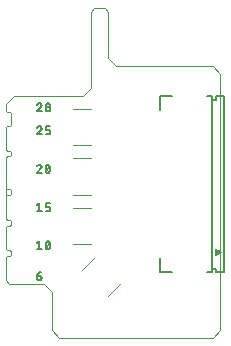
<source format=gto>
G04 EAGLE Gerber X2 export*
G75*
%MOMM*%
%FSLAX34Y34*%
%LPD*%
%AMOC8*
5,1,8,0,0,1.08239X$1,22.5*%
G01*
%ADD10C,0.000000*%
%ADD11C,0.127000*%
%ADD12C,0.101600*%
%ADD13C,0.203200*%

G36*
X178125Y-15006D02*
X178125Y-15006D01*
X178133Y-15007D01*
X178184Y-14991D01*
X178391Y-14937D01*
X178424Y-14917D01*
X178454Y-14908D01*
X182454Y-12908D01*
X182536Y-12851D01*
X182623Y-12802D01*
X182653Y-12771D01*
X182688Y-12747D01*
X182751Y-12669D01*
X182821Y-12598D01*
X182841Y-12560D01*
X182868Y-12527D01*
X182907Y-12435D01*
X182954Y-12347D01*
X182963Y-12305D01*
X182980Y-12265D01*
X182992Y-12166D01*
X183013Y-12069D01*
X183010Y-12026D01*
X183015Y-11983D01*
X183000Y-11885D01*
X182992Y-11785D01*
X182977Y-11745D01*
X182971Y-11702D01*
X182928Y-11612D01*
X182894Y-11519D01*
X182868Y-11484D01*
X182850Y-11445D01*
X182784Y-11370D01*
X182725Y-11290D01*
X182694Y-11267D01*
X182663Y-11231D01*
X182530Y-11146D01*
X182523Y-11139D01*
X182509Y-11132D01*
X182454Y-11092D01*
X178454Y-9092D01*
X178446Y-9089D01*
X178439Y-9085D01*
X178311Y-9044D01*
X178184Y-9002D01*
X178176Y-9001D01*
X178168Y-8999D01*
X178033Y-8995D01*
X177900Y-8990D01*
X177892Y-8992D01*
X177884Y-8991D01*
X177754Y-9025D01*
X177624Y-9057D01*
X177617Y-9061D01*
X177609Y-9063D01*
X177494Y-9131D01*
X177377Y-9198D01*
X177372Y-9204D01*
X177364Y-9209D01*
X177272Y-9306D01*
X177180Y-9402D01*
X177176Y-9410D01*
X177170Y-9416D01*
X177109Y-9535D01*
X177046Y-9653D01*
X177044Y-9661D01*
X177040Y-9669D01*
X177032Y-9721D01*
X176987Y-9931D01*
X176990Y-9969D01*
X176985Y-10000D01*
X176985Y-14000D01*
X176986Y-14008D01*
X176985Y-14017D01*
X177006Y-14149D01*
X177025Y-14282D01*
X177028Y-14289D01*
X177029Y-14298D01*
X177086Y-14419D01*
X177141Y-14541D01*
X177146Y-14547D01*
X177150Y-14555D01*
X177238Y-14656D01*
X177325Y-14758D01*
X177332Y-14763D01*
X177337Y-14769D01*
X177450Y-14841D01*
X177561Y-14916D01*
X177569Y-14918D01*
X177576Y-14923D01*
X177705Y-14961D01*
X177832Y-15001D01*
X177841Y-15002D01*
X177849Y-15004D01*
X177983Y-15005D01*
X178116Y-15009D01*
X178125Y-15006D01*
G37*
D10*
X0Y-36000D02*
X3000Y-39000D01*
X32500Y-39000D01*
X39000Y-45500D01*
X39000Y-78000D01*
X45500Y-84500D01*
X175500Y-84500D01*
X182000Y-78000D01*
X182000Y139000D01*
X175500Y145500D01*
X93500Y145500D01*
X87000Y152000D01*
X87000Y191500D01*
X84000Y194500D01*
X75000Y194500D01*
X72000Y191500D01*
X72000Y127000D01*
X65500Y120500D01*
X7000Y120500D01*
X0Y113500D01*
X0Y107500D01*
X0Y94000D02*
X0Y75000D01*
X1000Y74000D01*
X4000Y74000D01*
X5000Y73000D01*
X5000Y70000D02*
X4000Y69000D01*
X1000Y69000D01*
X0Y68000D01*
X5000Y70000D02*
X5000Y73000D01*
X0Y68000D02*
X0Y42500D01*
X1000Y41500D01*
X4000Y41500D01*
X5000Y40500D01*
X5000Y37500D02*
X4000Y36500D01*
X1000Y36500D01*
X0Y35500D01*
X5000Y37500D02*
X5000Y40500D01*
X0Y42000D02*
X0Y35500D01*
X0Y16500D02*
X1000Y15500D01*
X4000Y15500D01*
X5000Y14500D01*
X5000Y11500D02*
X4000Y10500D01*
X1000Y10500D01*
X0Y9500D01*
X5000Y11500D02*
X5000Y14500D01*
X0Y-16500D02*
X0Y-36000D01*
X0Y-9500D02*
X0Y9500D01*
X0Y16500D02*
X0Y35500D01*
X0Y-9500D02*
X1000Y-10500D01*
X4000Y-10500D02*
X5000Y-11500D01*
X4000Y-10500D02*
X1000Y-10500D01*
X5000Y-11500D02*
X5000Y-14500D01*
X4000Y-15500D01*
X1000Y-15500D01*
X0Y-16500D01*
X1000Y106500D02*
X0Y107500D01*
X1000Y106500D02*
X4000Y106500D01*
X5000Y105500D01*
X5000Y96000D01*
X4000Y95000D01*
X1000Y95000D01*
X0Y94000D01*
D11*
X26695Y-31935D02*
X28981Y-31935D01*
X29058Y-31937D01*
X29135Y-31943D01*
X29212Y-31953D01*
X29288Y-31966D01*
X29363Y-31984D01*
X29437Y-32005D01*
X29510Y-32030D01*
X29582Y-32059D01*
X29652Y-32091D01*
X29721Y-32126D01*
X29787Y-32166D01*
X29852Y-32208D01*
X29914Y-32254D01*
X29974Y-32303D01*
X30031Y-32354D01*
X30086Y-32409D01*
X30137Y-32466D01*
X30186Y-32526D01*
X30232Y-32588D01*
X30274Y-32653D01*
X30314Y-32719D01*
X30349Y-32788D01*
X30381Y-32858D01*
X30410Y-32930D01*
X30435Y-33003D01*
X30456Y-33077D01*
X30474Y-33152D01*
X30487Y-33228D01*
X30497Y-33305D01*
X30503Y-33382D01*
X30505Y-33459D01*
X30505Y-33840D01*
X30503Y-33925D01*
X30497Y-34011D01*
X30488Y-34096D01*
X30474Y-34180D01*
X30457Y-34264D01*
X30436Y-34347D01*
X30412Y-34429D01*
X30384Y-34509D01*
X30352Y-34589D01*
X30316Y-34667D01*
X30278Y-34743D01*
X30235Y-34817D01*
X30190Y-34889D01*
X30141Y-34960D01*
X30089Y-35028D01*
X30035Y-35093D01*
X29977Y-35156D01*
X29916Y-35217D01*
X29853Y-35275D01*
X29788Y-35329D01*
X29720Y-35381D01*
X29649Y-35430D01*
X29577Y-35475D01*
X29503Y-35518D01*
X29427Y-35556D01*
X29349Y-35592D01*
X29269Y-35624D01*
X29189Y-35652D01*
X29107Y-35676D01*
X29024Y-35697D01*
X28940Y-35714D01*
X28856Y-35728D01*
X28771Y-35737D01*
X28685Y-35743D01*
X28600Y-35745D01*
X28515Y-35743D01*
X28429Y-35737D01*
X28344Y-35728D01*
X28260Y-35714D01*
X28176Y-35697D01*
X28093Y-35676D01*
X28011Y-35652D01*
X27931Y-35624D01*
X27851Y-35592D01*
X27773Y-35556D01*
X27697Y-35518D01*
X27623Y-35475D01*
X27551Y-35430D01*
X27480Y-35381D01*
X27412Y-35329D01*
X27347Y-35275D01*
X27284Y-35217D01*
X27223Y-35156D01*
X27165Y-35093D01*
X27111Y-35028D01*
X27059Y-34960D01*
X27010Y-34889D01*
X26965Y-34817D01*
X26922Y-34743D01*
X26884Y-34667D01*
X26848Y-34589D01*
X26816Y-34509D01*
X26788Y-34429D01*
X26764Y-34347D01*
X26743Y-34264D01*
X26726Y-34180D01*
X26712Y-34096D01*
X26703Y-34011D01*
X26697Y-33925D01*
X26695Y-33840D01*
X26695Y-31935D01*
X26697Y-31826D01*
X26703Y-31718D01*
X26712Y-31609D01*
X26726Y-31501D01*
X26743Y-31394D01*
X26765Y-31287D01*
X26790Y-31181D01*
X26818Y-31076D01*
X26851Y-30972D01*
X26887Y-30870D01*
X26927Y-30769D01*
X26970Y-30669D01*
X27017Y-30571D01*
X27068Y-30474D01*
X27122Y-30380D01*
X27179Y-30287D01*
X27239Y-30197D01*
X27303Y-30108D01*
X27370Y-30022D01*
X27439Y-29939D01*
X27512Y-29858D01*
X27588Y-29780D01*
X27666Y-29704D01*
X27747Y-29631D01*
X27830Y-29562D01*
X27916Y-29495D01*
X28005Y-29431D01*
X28095Y-29371D01*
X28188Y-29314D01*
X28282Y-29260D01*
X28379Y-29209D01*
X28477Y-29162D01*
X28577Y-29119D01*
X28678Y-29079D01*
X28780Y-29043D01*
X28884Y-29010D01*
X28989Y-28982D01*
X29095Y-28957D01*
X29202Y-28935D01*
X29309Y-28918D01*
X29417Y-28904D01*
X29526Y-28895D01*
X29634Y-28889D01*
X29743Y-28887D01*
X26695Y-4411D02*
X28600Y-2887D01*
X28600Y-9745D01*
X26695Y-9745D02*
X30505Y-9745D01*
X34010Y-6316D02*
X34012Y-6174D01*
X34017Y-6031D01*
X34026Y-5889D01*
X34039Y-5747D01*
X34055Y-5606D01*
X34074Y-5465D01*
X34098Y-5324D01*
X34124Y-5184D01*
X34155Y-5045D01*
X34189Y-4907D01*
X34226Y-4769D01*
X34266Y-4633D01*
X34311Y-4497D01*
X34358Y-4363D01*
X34409Y-4230D01*
X34463Y-4098D01*
X34521Y-3968D01*
X34582Y-3839D01*
X34581Y-3840D02*
X34607Y-3771D01*
X34636Y-3705D01*
X34668Y-3639D01*
X34703Y-3576D01*
X34742Y-3514D01*
X34784Y-3454D01*
X34829Y-3397D01*
X34877Y-3342D01*
X34928Y-3290D01*
X34981Y-3240D01*
X35037Y-3194D01*
X35095Y-3150D01*
X35156Y-3109D01*
X35218Y-3071D01*
X35282Y-3037D01*
X35348Y-3006D01*
X35416Y-2978D01*
X35485Y-2954D01*
X35555Y-2934D01*
X35626Y-2917D01*
X35697Y-2904D01*
X35769Y-2895D01*
X35842Y-2889D01*
X35915Y-2887D01*
X35988Y-2889D01*
X36061Y-2895D01*
X36133Y-2904D01*
X36204Y-2917D01*
X36275Y-2934D01*
X36345Y-2954D01*
X36414Y-2978D01*
X36482Y-3006D01*
X36548Y-3037D01*
X36612Y-3071D01*
X36674Y-3109D01*
X36735Y-3150D01*
X36793Y-3194D01*
X36849Y-3240D01*
X36902Y-3290D01*
X36953Y-3342D01*
X37001Y-3397D01*
X37046Y-3454D01*
X37088Y-3514D01*
X37127Y-3576D01*
X37162Y-3639D01*
X37194Y-3705D01*
X37223Y-3771D01*
X37249Y-3840D01*
X37249Y-3839D02*
X37310Y-3968D01*
X37368Y-4098D01*
X37422Y-4230D01*
X37473Y-4363D01*
X37520Y-4497D01*
X37565Y-4633D01*
X37605Y-4769D01*
X37642Y-4907D01*
X37676Y-5045D01*
X37707Y-5184D01*
X37733Y-5324D01*
X37757Y-5465D01*
X37776Y-5606D01*
X37792Y-5747D01*
X37805Y-5889D01*
X37814Y-6031D01*
X37819Y-6174D01*
X37821Y-6316D01*
X34010Y-6316D02*
X34012Y-6458D01*
X34017Y-6601D01*
X34026Y-6743D01*
X34039Y-6885D01*
X34055Y-7026D01*
X34074Y-7167D01*
X34098Y-7308D01*
X34124Y-7448D01*
X34155Y-7587D01*
X34189Y-7725D01*
X34226Y-7863D01*
X34266Y-7999D01*
X34311Y-8135D01*
X34358Y-8269D01*
X34409Y-8402D01*
X34463Y-8534D01*
X34521Y-8664D01*
X34582Y-8793D01*
X34581Y-8792D02*
X34607Y-8861D01*
X34636Y-8927D01*
X34668Y-8993D01*
X34703Y-9056D01*
X34742Y-9118D01*
X34784Y-9178D01*
X34829Y-9235D01*
X34877Y-9290D01*
X34928Y-9342D01*
X34981Y-9392D01*
X35037Y-9438D01*
X35095Y-9482D01*
X35156Y-9523D01*
X35218Y-9561D01*
X35282Y-9595D01*
X35348Y-9626D01*
X35416Y-9654D01*
X35485Y-9678D01*
X35555Y-9698D01*
X35626Y-9715D01*
X35697Y-9728D01*
X35769Y-9737D01*
X35842Y-9743D01*
X35915Y-9745D01*
X37249Y-8793D02*
X37310Y-8664D01*
X37368Y-8534D01*
X37422Y-8402D01*
X37473Y-8269D01*
X37520Y-8135D01*
X37565Y-7999D01*
X37605Y-7863D01*
X37642Y-7725D01*
X37676Y-7587D01*
X37707Y-7448D01*
X37733Y-7308D01*
X37757Y-7167D01*
X37776Y-7026D01*
X37792Y-6885D01*
X37805Y-6743D01*
X37814Y-6601D01*
X37819Y-6458D01*
X37821Y-6316D01*
X37249Y-8792D02*
X37223Y-8861D01*
X37194Y-8927D01*
X37162Y-8993D01*
X37127Y-9056D01*
X37088Y-9118D01*
X37046Y-9178D01*
X37001Y-9235D01*
X36953Y-9290D01*
X36902Y-9342D01*
X36849Y-9392D01*
X36793Y-9438D01*
X36735Y-9482D01*
X36674Y-9523D01*
X36612Y-9561D01*
X36548Y-9595D01*
X36482Y-9626D01*
X36414Y-9654D01*
X36345Y-9678D01*
X36275Y-9698D01*
X36204Y-9715D01*
X36133Y-9728D01*
X36061Y-9737D01*
X35988Y-9743D01*
X35915Y-9745D01*
X34391Y-8221D02*
X37439Y-4411D01*
X26695Y28089D02*
X28600Y29613D01*
X28600Y22755D01*
X26695Y22755D02*
X30505Y22755D01*
X34010Y22755D02*
X36296Y22755D01*
X36373Y22757D01*
X36450Y22763D01*
X36527Y22773D01*
X36603Y22786D01*
X36678Y22804D01*
X36752Y22825D01*
X36825Y22850D01*
X36897Y22879D01*
X36967Y22911D01*
X37036Y22946D01*
X37102Y22986D01*
X37167Y23028D01*
X37229Y23074D01*
X37289Y23123D01*
X37346Y23174D01*
X37401Y23229D01*
X37452Y23286D01*
X37501Y23346D01*
X37547Y23408D01*
X37589Y23473D01*
X37629Y23539D01*
X37664Y23608D01*
X37696Y23678D01*
X37725Y23750D01*
X37750Y23823D01*
X37771Y23897D01*
X37789Y23972D01*
X37802Y24048D01*
X37812Y24125D01*
X37818Y24202D01*
X37820Y24279D01*
X37820Y25041D01*
X37818Y25118D01*
X37812Y25195D01*
X37802Y25272D01*
X37789Y25348D01*
X37771Y25423D01*
X37750Y25497D01*
X37725Y25570D01*
X37696Y25642D01*
X37664Y25712D01*
X37629Y25781D01*
X37589Y25847D01*
X37547Y25912D01*
X37501Y25974D01*
X37452Y26034D01*
X37401Y26091D01*
X37346Y26146D01*
X37289Y26197D01*
X37229Y26246D01*
X37167Y26292D01*
X37102Y26334D01*
X37036Y26374D01*
X36967Y26409D01*
X36897Y26441D01*
X36825Y26470D01*
X36752Y26495D01*
X36678Y26516D01*
X36603Y26534D01*
X36527Y26547D01*
X36450Y26557D01*
X36373Y26563D01*
X36296Y26565D01*
X34010Y26565D01*
X34010Y29613D01*
X37820Y29613D01*
X30506Y60399D02*
X30504Y60481D01*
X30498Y60562D01*
X30489Y60643D01*
X30475Y60724D01*
X30458Y60803D01*
X30437Y60882D01*
X30412Y60960D01*
X30383Y61036D01*
X30351Y61111D01*
X30315Y61185D01*
X30276Y61257D01*
X30234Y61326D01*
X30188Y61394D01*
X30139Y61459D01*
X30087Y61522D01*
X30032Y61582D01*
X29974Y61640D01*
X29914Y61695D01*
X29851Y61747D01*
X29786Y61796D01*
X29718Y61842D01*
X29649Y61884D01*
X29577Y61923D01*
X29503Y61959D01*
X29428Y61991D01*
X29352Y62020D01*
X29274Y62045D01*
X29195Y62066D01*
X29116Y62083D01*
X29035Y62097D01*
X28954Y62106D01*
X28873Y62112D01*
X28791Y62114D01*
X28791Y62113D02*
X28699Y62111D01*
X28607Y62105D01*
X28515Y62096D01*
X28423Y62082D01*
X28333Y62065D01*
X28243Y62044D01*
X28154Y62019D01*
X28066Y61990D01*
X27979Y61958D01*
X27894Y61922D01*
X27811Y61883D01*
X27729Y61840D01*
X27649Y61794D01*
X27571Y61744D01*
X27495Y61692D01*
X27422Y61636D01*
X27351Y61577D01*
X27282Y61515D01*
X27216Y61450D01*
X27153Y61383D01*
X27093Y61313D01*
X27035Y61241D01*
X26981Y61166D01*
X26930Y61089D01*
X26882Y61010D01*
X26838Y60929D01*
X26797Y60846D01*
X26759Y60762D01*
X26725Y60676D01*
X26695Y60589D01*
X29934Y59065D02*
X29993Y59124D01*
X30049Y59185D01*
X30102Y59248D01*
X30153Y59314D01*
X30200Y59382D01*
X30244Y59452D01*
X30285Y59524D01*
X30323Y59598D01*
X30357Y59673D01*
X30388Y59750D01*
X30415Y59828D01*
X30439Y59908D01*
X30460Y59988D01*
X30476Y60069D01*
X30489Y60151D01*
X30499Y60233D01*
X30504Y60316D01*
X30506Y60399D01*
X29934Y59065D02*
X26695Y55255D01*
X30505Y55255D01*
X34010Y58684D02*
X34012Y58826D01*
X34017Y58969D01*
X34026Y59111D01*
X34039Y59253D01*
X34055Y59394D01*
X34074Y59535D01*
X34098Y59676D01*
X34124Y59816D01*
X34155Y59955D01*
X34189Y60093D01*
X34226Y60231D01*
X34266Y60367D01*
X34311Y60503D01*
X34358Y60637D01*
X34409Y60770D01*
X34463Y60902D01*
X34521Y61032D01*
X34582Y61161D01*
X34581Y61160D02*
X34607Y61229D01*
X34636Y61295D01*
X34668Y61361D01*
X34703Y61424D01*
X34742Y61486D01*
X34784Y61546D01*
X34829Y61603D01*
X34877Y61658D01*
X34928Y61710D01*
X34981Y61760D01*
X35037Y61806D01*
X35095Y61850D01*
X35156Y61891D01*
X35218Y61929D01*
X35282Y61963D01*
X35348Y61994D01*
X35416Y62022D01*
X35485Y62046D01*
X35555Y62066D01*
X35626Y62083D01*
X35697Y62096D01*
X35769Y62105D01*
X35842Y62111D01*
X35915Y62113D01*
X35988Y62111D01*
X36061Y62105D01*
X36133Y62096D01*
X36204Y62083D01*
X36275Y62066D01*
X36345Y62046D01*
X36414Y62022D01*
X36482Y61994D01*
X36548Y61963D01*
X36612Y61929D01*
X36674Y61891D01*
X36735Y61850D01*
X36793Y61806D01*
X36849Y61760D01*
X36902Y61710D01*
X36953Y61658D01*
X37001Y61603D01*
X37046Y61546D01*
X37088Y61486D01*
X37127Y61424D01*
X37162Y61361D01*
X37194Y61295D01*
X37223Y61229D01*
X37249Y61160D01*
X37249Y61161D02*
X37310Y61032D01*
X37368Y60902D01*
X37422Y60770D01*
X37473Y60637D01*
X37520Y60503D01*
X37565Y60367D01*
X37605Y60231D01*
X37642Y60093D01*
X37676Y59955D01*
X37707Y59816D01*
X37733Y59676D01*
X37757Y59535D01*
X37776Y59394D01*
X37792Y59253D01*
X37805Y59111D01*
X37814Y58969D01*
X37819Y58826D01*
X37821Y58684D01*
X34010Y58684D02*
X34012Y58542D01*
X34017Y58399D01*
X34026Y58257D01*
X34039Y58115D01*
X34055Y57974D01*
X34074Y57833D01*
X34098Y57692D01*
X34124Y57552D01*
X34155Y57413D01*
X34189Y57275D01*
X34226Y57137D01*
X34266Y57001D01*
X34311Y56865D01*
X34358Y56731D01*
X34409Y56598D01*
X34463Y56466D01*
X34521Y56336D01*
X34582Y56207D01*
X34581Y56208D02*
X34607Y56139D01*
X34636Y56073D01*
X34668Y56007D01*
X34703Y55944D01*
X34742Y55882D01*
X34784Y55822D01*
X34829Y55765D01*
X34877Y55710D01*
X34928Y55658D01*
X34981Y55608D01*
X35037Y55562D01*
X35095Y55518D01*
X35156Y55477D01*
X35218Y55439D01*
X35282Y55405D01*
X35348Y55374D01*
X35416Y55346D01*
X35485Y55322D01*
X35555Y55302D01*
X35626Y55285D01*
X35697Y55272D01*
X35769Y55263D01*
X35842Y55257D01*
X35915Y55255D01*
X37249Y56207D02*
X37310Y56336D01*
X37368Y56466D01*
X37422Y56598D01*
X37473Y56731D01*
X37520Y56865D01*
X37565Y57001D01*
X37605Y57137D01*
X37642Y57275D01*
X37676Y57413D01*
X37707Y57552D01*
X37733Y57692D01*
X37757Y57833D01*
X37776Y57974D01*
X37792Y58115D01*
X37805Y58257D01*
X37814Y58399D01*
X37819Y58542D01*
X37821Y58684D01*
X37249Y56208D02*
X37223Y56139D01*
X37194Y56073D01*
X37162Y56007D01*
X37127Y55944D01*
X37088Y55882D01*
X37046Y55822D01*
X37001Y55765D01*
X36953Y55710D01*
X36902Y55658D01*
X36849Y55608D01*
X36793Y55562D01*
X36735Y55518D01*
X36674Y55477D01*
X36612Y55439D01*
X36548Y55405D01*
X36482Y55374D01*
X36414Y55346D01*
X36345Y55322D01*
X36275Y55302D01*
X36204Y55285D01*
X36133Y55272D01*
X36061Y55263D01*
X35988Y55257D01*
X35915Y55255D01*
X34391Y56779D02*
X37439Y60589D01*
X30506Y92899D02*
X30504Y92981D01*
X30498Y93062D01*
X30489Y93143D01*
X30475Y93224D01*
X30458Y93303D01*
X30437Y93382D01*
X30412Y93460D01*
X30383Y93536D01*
X30351Y93611D01*
X30315Y93685D01*
X30276Y93757D01*
X30234Y93826D01*
X30188Y93894D01*
X30139Y93959D01*
X30087Y94022D01*
X30032Y94082D01*
X29974Y94140D01*
X29914Y94195D01*
X29851Y94247D01*
X29786Y94296D01*
X29718Y94342D01*
X29649Y94384D01*
X29577Y94423D01*
X29503Y94459D01*
X29428Y94491D01*
X29352Y94520D01*
X29274Y94545D01*
X29195Y94566D01*
X29116Y94583D01*
X29035Y94597D01*
X28954Y94606D01*
X28873Y94612D01*
X28791Y94614D01*
X28791Y94613D02*
X28699Y94611D01*
X28607Y94605D01*
X28515Y94596D01*
X28423Y94582D01*
X28333Y94565D01*
X28243Y94544D01*
X28154Y94519D01*
X28066Y94490D01*
X27979Y94458D01*
X27894Y94422D01*
X27811Y94383D01*
X27729Y94340D01*
X27649Y94294D01*
X27571Y94244D01*
X27495Y94192D01*
X27422Y94136D01*
X27351Y94077D01*
X27282Y94015D01*
X27216Y93950D01*
X27153Y93883D01*
X27093Y93813D01*
X27035Y93741D01*
X26981Y93666D01*
X26930Y93589D01*
X26882Y93510D01*
X26838Y93429D01*
X26797Y93346D01*
X26759Y93262D01*
X26725Y93176D01*
X26695Y93089D01*
X29934Y91565D02*
X29993Y91624D01*
X30049Y91685D01*
X30102Y91748D01*
X30153Y91814D01*
X30200Y91882D01*
X30244Y91952D01*
X30285Y92024D01*
X30323Y92098D01*
X30357Y92173D01*
X30388Y92250D01*
X30415Y92328D01*
X30439Y92408D01*
X30460Y92488D01*
X30476Y92569D01*
X30489Y92651D01*
X30499Y92733D01*
X30504Y92816D01*
X30506Y92899D01*
X29934Y91565D02*
X26695Y87755D01*
X30505Y87755D01*
X34010Y87755D02*
X36296Y87755D01*
X36373Y87757D01*
X36450Y87763D01*
X36527Y87773D01*
X36603Y87786D01*
X36678Y87804D01*
X36752Y87825D01*
X36825Y87850D01*
X36897Y87879D01*
X36967Y87911D01*
X37036Y87946D01*
X37102Y87986D01*
X37167Y88028D01*
X37229Y88074D01*
X37289Y88123D01*
X37346Y88174D01*
X37401Y88229D01*
X37452Y88286D01*
X37501Y88346D01*
X37547Y88408D01*
X37589Y88473D01*
X37629Y88539D01*
X37664Y88608D01*
X37696Y88678D01*
X37725Y88750D01*
X37750Y88823D01*
X37771Y88897D01*
X37789Y88972D01*
X37802Y89048D01*
X37812Y89125D01*
X37818Y89202D01*
X37820Y89279D01*
X37820Y90041D01*
X37818Y90118D01*
X37812Y90195D01*
X37802Y90272D01*
X37789Y90348D01*
X37771Y90423D01*
X37750Y90497D01*
X37725Y90570D01*
X37696Y90642D01*
X37664Y90712D01*
X37629Y90781D01*
X37589Y90847D01*
X37547Y90912D01*
X37501Y90974D01*
X37452Y91034D01*
X37401Y91091D01*
X37346Y91146D01*
X37289Y91197D01*
X37229Y91246D01*
X37167Y91292D01*
X37102Y91334D01*
X37036Y91374D01*
X36967Y91409D01*
X36897Y91441D01*
X36825Y91470D01*
X36752Y91495D01*
X36678Y91516D01*
X36603Y91534D01*
X36527Y91547D01*
X36450Y91557D01*
X36373Y91563D01*
X36296Y91565D01*
X34010Y91565D01*
X34010Y94613D01*
X37820Y94613D01*
X30506Y112399D02*
X30504Y112481D01*
X30498Y112562D01*
X30489Y112643D01*
X30475Y112724D01*
X30458Y112803D01*
X30437Y112882D01*
X30412Y112960D01*
X30383Y113036D01*
X30351Y113111D01*
X30315Y113185D01*
X30276Y113257D01*
X30234Y113326D01*
X30188Y113394D01*
X30139Y113459D01*
X30087Y113522D01*
X30032Y113582D01*
X29974Y113640D01*
X29914Y113695D01*
X29851Y113747D01*
X29786Y113796D01*
X29718Y113842D01*
X29649Y113884D01*
X29577Y113923D01*
X29503Y113959D01*
X29428Y113991D01*
X29352Y114020D01*
X29274Y114045D01*
X29195Y114066D01*
X29116Y114083D01*
X29035Y114097D01*
X28954Y114106D01*
X28873Y114112D01*
X28791Y114114D01*
X28791Y114113D02*
X28699Y114111D01*
X28607Y114105D01*
X28515Y114096D01*
X28423Y114082D01*
X28333Y114065D01*
X28243Y114044D01*
X28154Y114019D01*
X28066Y113990D01*
X27979Y113958D01*
X27894Y113922D01*
X27811Y113883D01*
X27729Y113840D01*
X27649Y113794D01*
X27571Y113744D01*
X27495Y113692D01*
X27422Y113636D01*
X27351Y113577D01*
X27282Y113515D01*
X27216Y113450D01*
X27153Y113383D01*
X27093Y113313D01*
X27035Y113241D01*
X26981Y113166D01*
X26930Y113089D01*
X26882Y113010D01*
X26838Y112929D01*
X26797Y112846D01*
X26759Y112762D01*
X26725Y112676D01*
X26695Y112589D01*
X29934Y111065D02*
X29993Y111124D01*
X30049Y111185D01*
X30102Y111248D01*
X30153Y111314D01*
X30200Y111382D01*
X30244Y111452D01*
X30285Y111524D01*
X30323Y111598D01*
X30357Y111673D01*
X30388Y111750D01*
X30415Y111828D01*
X30439Y111908D01*
X30460Y111988D01*
X30476Y112069D01*
X30489Y112151D01*
X30499Y112233D01*
X30504Y112316D01*
X30506Y112399D01*
X29934Y111065D02*
X26695Y107255D01*
X30505Y107255D01*
X34010Y109160D02*
X34012Y109245D01*
X34018Y109331D01*
X34027Y109416D01*
X34041Y109500D01*
X34058Y109584D01*
X34079Y109667D01*
X34103Y109749D01*
X34131Y109829D01*
X34163Y109909D01*
X34199Y109987D01*
X34237Y110063D01*
X34280Y110137D01*
X34325Y110209D01*
X34374Y110280D01*
X34426Y110348D01*
X34480Y110413D01*
X34538Y110476D01*
X34599Y110537D01*
X34662Y110595D01*
X34727Y110649D01*
X34795Y110701D01*
X34866Y110750D01*
X34938Y110795D01*
X35012Y110838D01*
X35088Y110876D01*
X35166Y110912D01*
X35246Y110944D01*
X35326Y110972D01*
X35408Y110996D01*
X35491Y111017D01*
X35575Y111034D01*
X35659Y111048D01*
X35744Y111057D01*
X35830Y111063D01*
X35915Y111065D01*
X36000Y111063D01*
X36086Y111057D01*
X36171Y111048D01*
X36255Y111034D01*
X36339Y111017D01*
X36422Y110996D01*
X36504Y110972D01*
X36584Y110944D01*
X36664Y110912D01*
X36742Y110876D01*
X36818Y110838D01*
X36892Y110795D01*
X36964Y110750D01*
X37035Y110701D01*
X37103Y110649D01*
X37168Y110595D01*
X37231Y110537D01*
X37292Y110476D01*
X37350Y110413D01*
X37404Y110348D01*
X37456Y110280D01*
X37505Y110209D01*
X37550Y110137D01*
X37593Y110063D01*
X37631Y109987D01*
X37667Y109909D01*
X37699Y109829D01*
X37727Y109749D01*
X37751Y109667D01*
X37772Y109584D01*
X37789Y109500D01*
X37803Y109416D01*
X37812Y109331D01*
X37818Y109245D01*
X37820Y109160D01*
X37818Y109075D01*
X37812Y108989D01*
X37803Y108904D01*
X37789Y108820D01*
X37772Y108736D01*
X37751Y108653D01*
X37727Y108571D01*
X37699Y108491D01*
X37667Y108411D01*
X37631Y108333D01*
X37593Y108257D01*
X37550Y108183D01*
X37505Y108111D01*
X37456Y108040D01*
X37404Y107972D01*
X37350Y107907D01*
X37292Y107844D01*
X37231Y107783D01*
X37168Y107725D01*
X37103Y107671D01*
X37035Y107619D01*
X36964Y107570D01*
X36892Y107525D01*
X36818Y107482D01*
X36742Y107444D01*
X36664Y107408D01*
X36584Y107376D01*
X36504Y107348D01*
X36422Y107324D01*
X36339Y107303D01*
X36255Y107286D01*
X36171Y107272D01*
X36086Y107263D01*
X36000Y107257D01*
X35915Y107255D01*
X35830Y107257D01*
X35744Y107263D01*
X35659Y107272D01*
X35575Y107286D01*
X35491Y107303D01*
X35408Y107324D01*
X35326Y107348D01*
X35246Y107376D01*
X35166Y107408D01*
X35088Y107444D01*
X35012Y107482D01*
X34938Y107525D01*
X34866Y107570D01*
X34795Y107619D01*
X34727Y107671D01*
X34662Y107725D01*
X34599Y107783D01*
X34538Y107844D01*
X34480Y107907D01*
X34426Y107972D01*
X34374Y108040D01*
X34325Y108111D01*
X34280Y108183D01*
X34237Y108257D01*
X34199Y108333D01*
X34163Y108411D01*
X34131Y108491D01*
X34103Y108571D01*
X34079Y108653D01*
X34058Y108736D01*
X34041Y108820D01*
X34027Y108904D01*
X34018Y108989D01*
X34012Y109075D01*
X34010Y109160D01*
X34391Y112589D02*
X34393Y112666D01*
X34399Y112743D01*
X34409Y112820D01*
X34422Y112896D01*
X34440Y112971D01*
X34461Y113045D01*
X34486Y113118D01*
X34515Y113190D01*
X34547Y113260D01*
X34582Y113329D01*
X34622Y113395D01*
X34664Y113460D01*
X34710Y113522D01*
X34759Y113582D01*
X34810Y113639D01*
X34865Y113694D01*
X34922Y113745D01*
X34982Y113794D01*
X35044Y113840D01*
X35109Y113882D01*
X35175Y113922D01*
X35244Y113957D01*
X35314Y113989D01*
X35386Y114018D01*
X35459Y114043D01*
X35533Y114064D01*
X35608Y114082D01*
X35684Y114095D01*
X35761Y114105D01*
X35838Y114111D01*
X35915Y114113D01*
X35992Y114111D01*
X36069Y114105D01*
X36146Y114095D01*
X36222Y114082D01*
X36297Y114064D01*
X36371Y114043D01*
X36444Y114018D01*
X36516Y113989D01*
X36586Y113957D01*
X36655Y113922D01*
X36721Y113882D01*
X36786Y113840D01*
X36848Y113794D01*
X36908Y113745D01*
X36965Y113694D01*
X37020Y113639D01*
X37071Y113582D01*
X37120Y113522D01*
X37166Y113460D01*
X37208Y113395D01*
X37248Y113329D01*
X37283Y113260D01*
X37315Y113190D01*
X37344Y113118D01*
X37369Y113045D01*
X37390Y112971D01*
X37408Y112896D01*
X37421Y112820D01*
X37431Y112743D01*
X37437Y112666D01*
X37439Y112589D01*
X37437Y112512D01*
X37431Y112435D01*
X37421Y112358D01*
X37408Y112282D01*
X37390Y112207D01*
X37369Y112133D01*
X37344Y112060D01*
X37315Y111988D01*
X37283Y111918D01*
X37248Y111849D01*
X37208Y111783D01*
X37166Y111718D01*
X37120Y111656D01*
X37071Y111596D01*
X37020Y111539D01*
X36965Y111484D01*
X36908Y111433D01*
X36848Y111384D01*
X36786Y111338D01*
X36721Y111296D01*
X36655Y111256D01*
X36586Y111221D01*
X36516Y111189D01*
X36444Y111160D01*
X36371Y111135D01*
X36297Y111114D01*
X36222Y111096D01*
X36146Y111083D01*
X36069Y111073D01*
X35992Y111067D01*
X35915Y111065D01*
X35838Y111067D01*
X35761Y111073D01*
X35684Y111083D01*
X35608Y111096D01*
X35533Y111114D01*
X35459Y111135D01*
X35386Y111160D01*
X35314Y111189D01*
X35244Y111221D01*
X35175Y111256D01*
X35109Y111296D01*
X35044Y111338D01*
X34982Y111384D01*
X34922Y111433D01*
X34865Y111484D01*
X34810Y111539D01*
X34759Y111596D01*
X34710Y111656D01*
X34664Y111718D01*
X34622Y111783D01*
X34582Y111849D01*
X34547Y111918D01*
X34515Y111988D01*
X34486Y112060D01*
X34461Y112133D01*
X34440Y112207D01*
X34422Y112282D01*
X34409Y112358D01*
X34399Y112435D01*
X34393Y112512D01*
X34391Y112589D01*
D12*
X57500Y78500D02*
X72500Y78500D01*
X72500Y109500D02*
X57500Y109500D01*
X57500Y36500D02*
X72500Y36500D01*
X72500Y67500D02*
X57500Y67500D01*
X57500Y-5500D02*
X72500Y-5500D01*
X72500Y25500D02*
X57500Y25500D01*
D13*
X175000Y-26000D02*
X175000Y-29000D01*
X175000Y-26000D02*
X178000Y-26000D01*
X178000Y-29000D01*
X185000Y-29000D01*
X185000Y120000D02*
X178000Y120000D01*
X178000Y117000D01*
X175000Y117000D01*
X175000Y120000D01*
X175000Y117000D02*
X175000Y-26000D01*
X185000Y-29000D02*
X185000Y120000D01*
X141000Y-29000D02*
X131000Y-29000D01*
X131000Y-17000D01*
X131000Y120000D02*
X141000Y120000D01*
X131000Y120000D02*
X131000Y108000D01*
X171000Y-29000D02*
X175000Y-29000D01*
X175000Y120000D02*
X171000Y120000D01*
D12*
X75783Y-16257D02*
X65177Y-26863D01*
X87097Y-48783D02*
X97703Y-38177D01*
M02*

</source>
